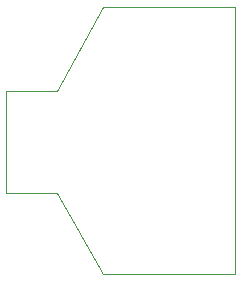
<source format=gbr>
G04 #@! TF.GenerationSoftware,KiCad,Pcbnew,5.1.5-52549c5~84~ubuntu19.04.1*
G04 #@! TF.CreationDate,2020-02-16T02:46:56+01:00*
G04 #@! TF.ProjectId,ilulissat_debug,696c756c-6973-4736-9174-5f6465627567,rev?*
G04 #@! TF.SameCoordinates,Original*
G04 #@! TF.FileFunction,Profile,NP*
%FSLAX46Y46*%
G04 Gerber Fmt 4.6, Leading zero omitted, Abs format (unit mm)*
G04 Created by KiCad (PCBNEW 5.1.5-52549c5~84~ubuntu19.04.1) date 2020-02-16 02:46:56*
%MOMM*%
%LPD*%
G04 APERTURE LIST*
%ADD10C,0.050000*%
G04 APERTURE END LIST*
D10*
X149500000Y-107500000D02*
X145200000Y-107500000D01*
X153400000Y-114325000D02*
X149500000Y-107500000D01*
X164600000Y-114325000D02*
X153400000Y-114325000D01*
X164600000Y-91700000D02*
X164600000Y-114325000D01*
X153400000Y-91700000D02*
X164600000Y-91700000D01*
X149500000Y-98850000D02*
X153400000Y-91700000D01*
X145200000Y-98850000D02*
X149500000Y-98850000D01*
X145200000Y-107500000D02*
X145200000Y-98850000D01*
M02*

</source>
